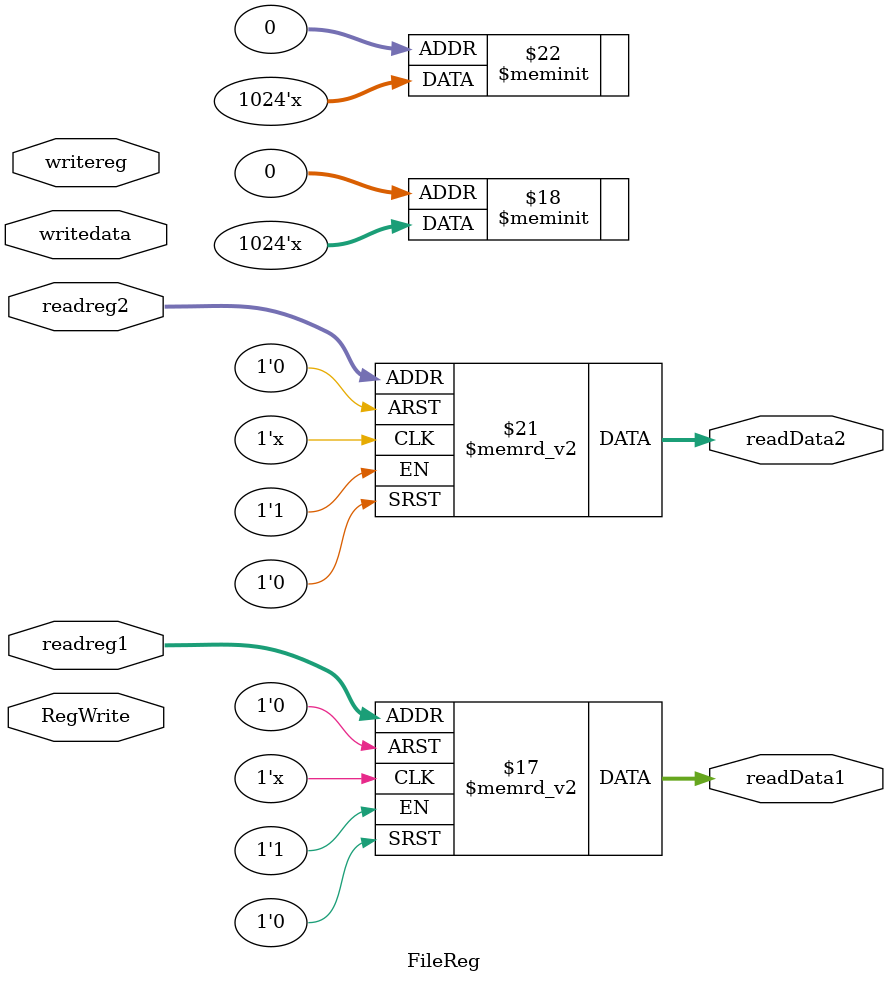
<source format=v>
module FileReg(RegWrite,readreg1,readreg2,writereg,writedata,readData1,readData2);
input RegWrite;
input [4:0] readreg1;
input [4:0] readreg2;
input [4:0] writereg;
input [31:0] writedata;
output reg [31:0] readData1;
output reg [31:0] readData2;
reg [31:0] registers [31:0];
always @* begin

readData1<=registers[readreg1];
readData2<=registers[readreg2];
if(RegWrite)
registers[writereg]<=writedata;

end
endmodule
</source>
